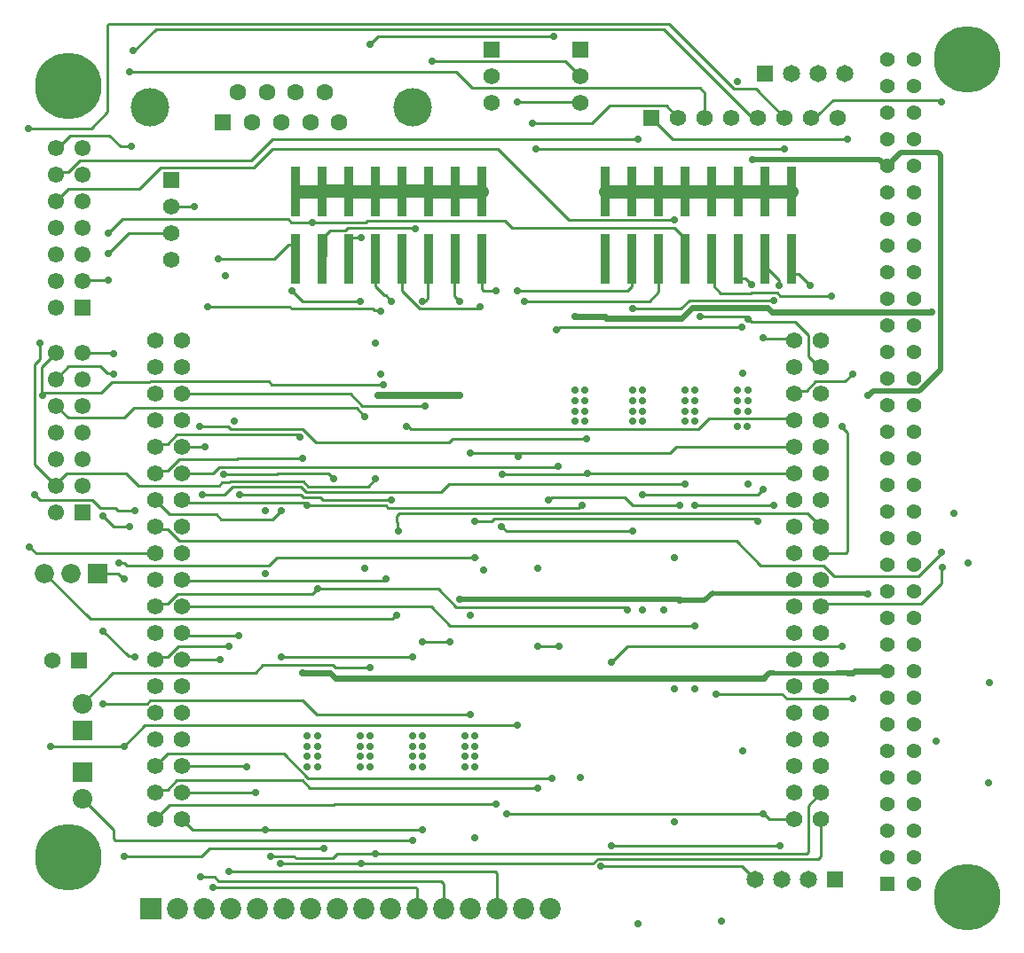
<source format=gtl>
%TF.GenerationSoftware,Altium Limited,Altium Designer,23.1.1 (15)*%
G04 Layer_Physical_Order=1*
G04 Layer_Color=255*
%FSLAX25Y25*%
%MOIN*%
%TF.SameCoordinates,FA324DF6-1FC1-44E6-B842-7DB02DEBFDBB*%
%TF.FilePolarity,Positive*%
%TF.FileFunction,Copper,L1,Top,Signal*%
%TF.Part,Single*%
G01*
G75*
%TA.AperFunction,SMDPad,CuDef*%
%ADD10R,0.03504X0.18898*%
%TA.AperFunction,Conductor*%
%ADD11C,0.01000*%
%ADD12C,0.01968*%
%ADD13C,0.05000*%
%ADD14C,0.02362*%
%ADD15C,0.01575*%
%ADD16C,0.02756*%
%TA.AperFunction,ComponentPad*%
%ADD17C,0.14488*%
%ADD18R,0.06299X0.06299*%
%ADD19C,0.06299*%
%ADD20R,0.06201X0.06201*%
%ADD21C,0.06201*%
%ADD22R,0.06102X0.06102*%
%ADD23C,0.06102*%
%ADD24R,0.07972X0.07972*%
%ADD25C,0.07972*%
%ADD26C,0.06496*%
%ADD27R,0.06496X0.06496*%
%ADD28R,0.06201X0.06201*%
%ADD29R,0.07244X0.07244*%
%ADD30C,0.07244*%
%ADD31R,0.06181X0.06181*%
%ADD32C,0.06181*%
%ADD33C,0.05610*%
%ADD34R,0.05610X0.05610*%
%ADD35R,0.07382X0.07382*%
%ADD36C,0.07382*%
%ADD37R,0.06181X0.06181*%
%TA.AperFunction,WasherPad*%
%ADD38C,0.25000*%
%TA.AperFunction,ViaPad*%
%ADD39C,0.02756*%
D10*
X-85827Y285433D02*
D03*
Y259842D02*
D03*
X-95827Y285433D02*
D03*
Y259842D02*
D03*
X-105827Y285433D02*
D03*
Y259842D02*
D03*
X-115827Y285433D02*
D03*
Y259842D02*
D03*
X-125827Y285433D02*
D03*
Y259842D02*
D03*
X-135827Y285433D02*
D03*
Y259842D02*
D03*
X-145827Y285433D02*
D03*
Y259842D02*
D03*
X-155827Y285433D02*
D03*
Y259842D02*
D03*
X-202284Y285433D02*
D03*
Y259842D02*
D03*
X-212283Y285433D02*
D03*
Y259842D02*
D03*
X-222284Y285433D02*
D03*
Y259842D02*
D03*
X-232283Y285433D02*
D03*
Y259842D02*
D03*
X-242284Y285433D02*
D03*
Y259842D02*
D03*
X-252284Y285433D02*
D03*
Y259842D02*
D03*
X-262283Y285433D02*
D03*
Y259842D02*
D03*
X-272284Y285433D02*
D03*
Y259842D02*
D03*
D11*
X-362205Y301654D02*
X-361403D01*
X-356851Y306205D01*
X-342075D01*
X-338011Y302140D01*
X-333849D01*
X-324700Y346425D02*
X-133827D01*
X-333125Y338195D02*
X-332930D01*
X-324700Y346425D01*
X-334633Y330272D02*
X-211952D01*
X-205830Y324150D02*
X-120326D01*
X-211952Y330272D02*
X-205830Y324150D01*
X-220849Y334150D02*
X-170764D01*
X-220995Y334296D02*
X-220849Y334150D01*
X-211822Y129012D02*
X-148697D01*
X-147638Y127953D01*
X-318898Y279528D02*
X-318855Y279570D01*
X-310176D01*
X-310134Y279613D01*
X-342520Y261811D02*
X-334803Y269528D01*
X-318898D01*
X-273739Y273567D02*
X-265803D01*
X-275031Y274859D02*
X-273739Y273567D01*
X-337346Y274859D02*
X-275031D01*
X-342520Y269685D02*
X-337346Y274859D01*
X-266223Y273622D02*
X-245971D01*
X-287887Y294148D02*
X-280884Y301152D01*
X-330938Y286205D02*
X-322994Y294148D01*
X-287887D01*
X-357653Y286205D02*
X-330938D01*
X-112556Y247122D02*
X-101170D01*
X-115964Y261591D02*
X-114913Y260540D01*
Y249480D02*
X-112556Y247122D01*
X-114913Y249480D02*
Y260540D01*
X-147459Y248031D02*
X-146011Y249480D01*
Y259658D01*
X-145827Y259842D01*
X-188976Y248031D02*
X-147459D01*
X-135822Y247621D02*
Y259838D01*
X-139349Y244094D02*
X-135822Y247621D01*
X-186133Y244094D02*
X-139349D01*
X-353312Y296983D02*
X-289017D01*
X-280881Y305118D01*
X-357665Y292630D02*
X-353312Y296983D01*
X-280884Y301152D02*
X-196250D01*
X-280881Y305118D02*
X-143701D01*
X-106699Y153943D02*
X-97378Y144622D01*
X-316026Y153943D02*
X-106699D01*
X-320304Y158221D02*
X-316026Y153943D01*
X-221257Y129213D02*
X-214092Y122047D01*
X-122047D01*
X-147638Y114173D02*
X-66929D01*
X-29394Y138037D02*
Y143751D01*
X-37227Y130204D02*
X-29394Y138037D01*
Y143751D02*
X-29179Y143966D01*
X-238330Y246192D02*
X-236232Y244094D01*
X-238912Y246192D02*
X-238330D01*
X-242199Y249480D02*
X-238912Y246192D01*
X-233759Y158082D02*
X-233431Y157754D01*
X-233759Y158082D02*
Y160632D01*
X-234270Y161142D02*
Y163217D01*
Y161142D02*
X-233759Y160632D01*
X-293307Y171260D02*
X-270139D01*
X-307996Y27559D02*
X-302611D01*
X-282103Y144622D02*
X-279182Y147543D01*
X-203766D01*
X-194882Y159449D02*
X-194749D01*
X-192780Y157480D01*
X-145669D01*
X-198440Y161417D02*
X-197530Y162327D01*
X-165861Y166413D02*
X-164952Y167323D01*
X-164476D01*
X-237413Y166413D02*
X-165861D01*
X-99810Y162327D02*
X-98900Y161417D01*
X-233160Y164327D02*
X-79917D01*
X-98900Y161417D02*
X-98425D01*
X-197530Y162327D02*
X-99810D01*
X-204724Y161417D02*
X-198440D01*
X-234270Y163217D02*
X-233160Y164327D01*
X-194414Y178796D02*
X-194245Y178965D01*
X-79917Y164327D02*
X-74803Y159213D01*
X-194245Y178965D02*
X-162646D01*
X-218637Y135827D02*
X-211822Y129012D01*
X-263779Y135827D02*
X-218637D01*
X-227361Y271622D02*
X-227172Y271433D01*
X-193401Y274311D02*
X-190744Y271654D01*
X-245282Y274311D02*
X-193401D01*
X-252610Y271622D02*
X-227361D01*
X-245971Y273622D02*
X-245282Y274311D01*
X-252284Y266819D02*
X-251031Y268071D01*
X-247540D01*
X-252284Y259842D02*
Y266819D01*
X-336614Y35433D02*
X-307692D01*
X-336614Y76772D02*
X-328764Y84622D01*
X-364173Y76772D02*
X-336614D01*
X-344488Y120079D02*
X-334982Y110572D01*
X-333013D01*
X-332677Y110236D01*
X-235956Y124622D02*
X-234661Y125918D01*
X-349346Y124622D02*
X-235956D01*
X-366457Y141732D02*
X-349346Y124622D01*
X-234661Y125918D02*
X-234186D01*
X-266741Y61024D02*
X-181102D01*
X-276692Y73803D02*
X-267470Y64581D01*
X-269520Y63803D02*
X-266741Y61024D01*
X-267470Y64581D02*
X-176027D01*
X-99417Y313983D02*
X-98425Y312992D01*
X-101385Y313983D02*
X-99417D01*
X-133827Y346425D02*
X-101385Y313983D01*
X-196250Y301152D02*
X-169583Y274484D01*
X-129941Y271654D02*
X-125984Y267697D01*
X-169583Y274484D02*
X-129959D01*
X-190744Y271654D02*
X-129941D01*
X-129959Y274484D02*
X-129912Y274531D01*
X-247172Y204724D02*
X-223500D01*
X-214416Y116068D02*
X-214343Y115995D01*
X-224476Y116075D02*
X-224469Y116068D01*
X-214416D01*
X-181997Y301181D02*
X-88583D01*
X-174241Y233297D02*
X-173859D01*
X-183071Y311024D02*
X-160845D01*
X-85827Y255672D02*
Y259842D01*
Y255672D02*
X-84575Y254420D01*
X-83161D01*
X-78740Y250000D01*
X-90551Y250078D02*
Y251969D01*
Y250078D02*
X-90551Y250078D01*
X-96457Y257874D02*
X-90551Y251969D01*
X-103161Y252525D02*
X-100937Y250302D01*
X-106299Y254249D02*
Y262504D01*
X-104575Y252525D02*
X-103161D01*
X-106299Y254249D02*
X-104575Y252525D01*
X-100985Y247307D02*
X-91328D01*
X-101170Y247122D02*
X-100985Y247307D01*
X-91328D02*
X-90083Y246063D01*
X-125984Y259567D02*
Y267697D01*
X-124221Y244429D02*
X-92520D01*
X-127434Y241216D02*
X-124221Y244429D01*
X-145669Y241216D02*
X-127434D01*
X-253441Y270791D02*
X-252610Y271622D01*
X-202284Y248617D02*
Y259842D01*
X-201698Y248031D02*
X-196850D01*
X-202284Y248617D02*
X-201698Y248031D01*
X-212598Y246063D02*
X-210630Y244094D01*
X-212598Y246063D02*
Y261811D01*
X-206693Y187008D02*
X-187857D01*
X-222284Y252126D02*
Y259842D01*
X-222390Y245317D02*
Y252019D01*
X-223276Y244430D02*
X-222390Y245317D01*
X-224074Y244430D02*
X-223276D01*
X-224410Y244094D02*
X-224074Y244430D01*
X-222390Y252019D02*
X-222284Y252126D01*
X-232283Y247899D02*
Y261811D01*
Y247899D02*
X-225602Y241216D01*
X-96457Y51181D02*
X-96324D01*
X-192913D02*
X-96457D01*
X-242199Y249480D02*
Y259758D01*
X-242284Y259842D02*
X-242199Y259758D01*
X-261032Y261094D02*
Y269099D01*
X-259339Y270791D02*
X-253441D01*
X-261032Y269099D02*
X-259339Y270791D01*
X-262283Y259842D02*
X-261032Y261094D01*
X-280290Y259839D02*
X-274950Y265179D01*
X-272284Y259842D02*
Y263927D01*
X-273535Y265179D02*
X-272284Y263927D01*
X-274950Y265179D02*
X-273535D01*
X-273654Y248016D02*
X-273606D01*
X-269685Y244094D01*
X-248031D01*
X-301181Y259839D02*
X-280290D01*
X-274435Y242126D02*
X-273526Y241216D01*
X-305118Y242126D02*
X-274435D01*
X-243318Y241216D02*
X-242595Y240493D01*
X-273526Y241216D02*
X-243318D01*
X-240493Y240493D02*
X-240158Y240158D01*
X-242595Y240493D02*
X-240493D01*
X-203231Y242126D02*
X-202756D01*
X-225602Y241216D02*
X-204140D01*
X-203231Y242126D01*
X-342792Y347839D02*
X-342206Y348425D01*
X-342792Y315130D02*
Y347839D01*
X-348996Y308926D02*
X-342792Y315130D01*
X-342206Y348425D02*
X-132023D01*
X-372659Y308926D02*
X-348996D01*
X-241067Y343579D02*
X-175228D01*
X-175197Y343547D01*
X-132023Y348425D02*
X-107491Y323894D01*
X-244094Y340551D02*
X-241067Y343579D01*
X-368110Y222398D02*
Y228317D01*
X-368081Y228346D01*
X-368094Y169276D02*
X-348532D01*
X-370079Y171260D02*
X-368094Y169276D01*
X-370079Y220430D02*
X-368110Y222398D01*
X-367201Y208661D02*
Y209137D01*
X-367679Y208661D02*
X-366647Y209694D01*
X-367560Y209496D02*
Y219369D01*
Y209496D02*
X-367201Y209137D01*
X-366647Y209694D02*
X-345291D01*
X-370079Y182598D02*
Y220430D01*
X-367560Y219369D02*
X-362205Y224724D01*
X-370079Y182598D02*
X-362462Y174982D01*
X-107491Y323894D02*
X-99327D01*
X-88425Y312992D01*
X-372047Y151575D02*
X-369685Y149213D01*
X-324803D01*
X-120326Y324150D02*
X-118425Y322249D01*
Y312992D02*
Y322249D01*
X-336402Y200173D02*
X-332772Y203803D01*
X-249079D01*
X-326705Y213803D02*
X-282302D01*
X-341328Y213657D02*
X-326850D01*
X-326705Y213803D01*
X-314739Y189276D02*
X-306427D01*
X-306364Y189340D01*
X-308364Y196850D02*
X-297377D01*
X-314803Y189213D02*
X-314739Y189276D01*
X-279019Y179134D02*
X-259976D01*
X-296784Y176138D02*
X-269360D01*
X-297004Y175917D02*
X-296784Y176138D01*
X-162646Y178965D02*
X-162437Y179173D01*
X-279358Y178796D02*
X-279019Y179134D01*
X-299727Y175917D02*
X-297004D01*
X-299213Y178796D02*
X-279358D01*
X-301022Y174622D02*
X-299727Y175917D01*
X-173758Y181748D02*
X-173422Y182084D01*
X-269360Y176138D02*
X-267510Y174287D01*
X-174811Y181748D02*
X-173758D01*
X-174886Y181674D02*
X-174811Y181748D01*
X-300743Y181674D02*
X-174886D01*
X-303204Y179213D02*
X-300743Y181674D01*
X-188658Y185584D02*
Y186059D01*
X-187857Y186861D01*
Y187008D01*
X-173859Y233297D02*
X-172778Y234378D01*
X-104620D02*
X-104395Y234153D01*
X-172778Y234378D02*
X-104620D01*
X-160845Y311024D02*
X-154286Y317583D01*
X-314803Y179213D02*
X-303204D01*
X-120855Y195941D02*
X-116918Y199878D01*
X-230382Y196916D02*
X-229907D01*
X-129361Y189213D02*
X-84803D01*
X-229907Y196916D02*
X-228932Y195941D01*
X-120855D01*
X-162437Y179173D02*
X-84842D01*
X-84803Y179213D01*
X-98425Y171260D02*
X-96457Y173228D01*
X-141732Y171260D02*
X-98425D01*
X-217476Y172287D02*
X-214567Y175197D01*
X-125984D01*
X-64961Y149798D02*
Y194749D01*
X-65546Y149213D02*
X-64961Y149798D01*
X-66929Y196717D02*
X-64961Y194749D01*
X-154286Y317583D02*
X-133016D01*
X-128425Y312992D01*
X-148487Y170201D02*
X-145609Y167323D01*
X-127953D01*
X-175781Y170201D02*
X-148487D01*
X-176690Y169291D02*
X-175781Y170201D01*
X-177165Y169291D02*
X-176690D01*
X-314803Y129213D02*
X-221257D01*
X-238664Y139764D02*
X-238189D01*
X-314803Y139213D02*
X-314445Y138854D01*
X-239574D01*
X-238664Y139764D01*
X-335567Y144622D02*
X-282103D01*
X-263859Y135827D02*
X-263779D01*
X-236252Y169323D02*
X-236221Y169291D01*
X-270139Y171260D02*
X-269166Y170287D01*
X-261842Y169323D02*
X-236252D01*
X-314803Y169213D02*
X-313878Y168287D01*
X-238322Y167323D02*
X-237413Y166413D01*
X-269156Y168287D02*
X-268192Y167323D01*
X-269166Y170287D02*
X-262807D01*
X-261842Y169323D01*
X-313878Y168287D02*
X-269156D01*
X-268192Y167323D02*
X-238322D01*
X-298834Y171260D02*
X-295956Y174138D01*
X-259976Y179134D02*
X-258007Y177165D01*
X-335823Y179276D02*
X-331169Y174622D01*
X-295956Y174138D02*
X-270188D01*
X-268338Y172287D01*
X-258007Y177165D02*
X-257874D01*
X-331169Y174622D02*
X-301022D01*
X-268338Y172287D02*
X-217476D01*
X-307087Y171260D02*
X-298834D01*
X-267510Y174287D02*
X-245004D01*
X-300059Y162083D02*
X-280831D01*
X-277559Y165354D01*
X-301780Y163803D02*
X-300059Y162083D01*
X-339791Y166264D02*
X-338882Y165354D01*
X-340551Y159449D02*
X-334646D01*
X-348532Y169276D02*
X-345520Y166264D01*
X-338882Y165354D02*
X-332677D01*
X-345520Y166264D02*
X-339791D01*
X-344488Y163386D02*
X-340551Y159449D01*
X-70328Y319620D02*
X-30725D01*
X-78425Y312992D02*
X-77023D01*
X-75512Y314503D02*
X-75445D01*
X-77023Y312992D02*
X-75512Y314503D01*
X-75445D02*
X-70328Y319620D01*
X-30725D02*
X-30003Y318898D01*
X-29528D01*
X-38217Y140695D02*
X-29528Y149384D01*
Y149606D01*
X-71867Y130204D02*
X-37227D01*
X-97378Y144622D02*
X-73721D01*
X-69793Y140695D01*
X-38217D01*
X-74803Y149213D02*
X-65546D01*
X-181102Y114173D02*
X-173228D01*
X-323812Y158221D02*
X-320304D01*
X-324803Y159213D02*
X-323812Y158221D01*
X-319394Y163803D02*
X-301780D01*
X-324803Y169213D02*
X-319394Y163803D01*
X-283465Y45276D02*
X-224410D01*
X-310866D02*
X-283465D01*
X-245004Y174287D02*
X-242126Y177165D01*
X-265854Y133832D02*
X-263859Y135827D01*
X-277559Y110236D02*
X-228346D01*
X-284391Y107209D02*
X-258178D01*
X-287268Y104331D02*
X-284391Y107209D01*
X-320304Y130204D02*
X-316676Y133832D01*
X-265854D01*
X-323812Y130204D02*
X-320304D01*
X-287196Y59293D02*
X-287116Y59374D01*
X-314803Y59213D02*
X-314722Y59293D01*
X-287196D01*
X-314803Y69213D02*
X-314724Y69133D01*
X-290557D01*
X-290478Y69054D01*
X-314037Y118446D02*
X-293739D01*
X-293457Y118164D01*
X-314803Y119213D02*
X-314037Y118446D01*
X-314803Y109213D02*
X-300459D01*
X-300377Y109130D01*
X-303255Y23622D02*
X-226964D01*
X-316335Y114173D02*
X-297244D01*
X-301169Y26117D02*
X-217491D01*
X-302611Y27559D02*
X-301169Y26117D01*
X-297244Y29528D02*
X-297161Y29611D01*
X-197047D01*
X-217491Y26117D02*
X-216378Y25005D01*
X-281098Y212598D02*
X-239130D01*
X-153445Y39370D02*
X-153386Y39311D01*
X-90263D02*
X-90204Y39252D01*
X-153386Y39311D02*
X-90263D01*
X-160461Y32585D02*
X-158672Y34374D01*
X-75862D02*
X-74803Y35433D01*
X-159501Y36374D02*
X-80275D01*
X-79689Y36960D01*
X-158672Y34374D02*
X-75862D01*
X-94355Y49213D02*
X-84803D01*
X-96324Y51181D02*
X-94355Y49213D01*
X-277801Y32555D02*
X-277796Y32549D01*
X-257531D01*
X-281496Y35433D02*
X-272872D01*
X-271989Y34549D01*
X-247566Y32626D02*
X-247525Y32585D01*
X-160461D01*
X-257455Y32626D02*
X-247566D01*
X-257531Y32549D02*
X-257455Y32626D01*
X-304668Y38457D02*
X-261564D01*
X-307692Y35433D02*
X-304668Y38457D01*
X-261564D02*
X-261372Y38265D01*
X-340418Y41924D02*
Y45142D01*
Y41924D02*
X-339832Y41339D01*
X-228346D01*
X-197047Y29611D02*
X-196378Y28942D01*
X-226964Y23622D02*
X-226378Y23036D01*
Y15748D02*
Y23036D01*
X-258359Y34549D02*
X-256566Y36342D01*
X-271989Y34549D02*
X-258359D01*
X-256566Y36342D02*
X-242126D01*
X-319394Y54622D02*
X-257907D01*
X-324803Y49213D02*
X-319394Y54622D01*
X-257907D02*
X-257411Y55118D01*
X-196378Y15748D02*
Y28942D01*
X-314803Y49213D02*
X-310866Y45276D01*
X-269552Y195941D02*
X-264556Y190945D01*
X-214683D01*
X-213181Y192446D01*
X-251660Y209213D02*
X-247172Y204724D01*
X-314803Y209213D02*
X-251660D01*
X-328764Y84622D02*
X-189000D01*
X-188976Y84646D01*
X-324803Y109213D02*
X-323812Y110204D01*
X-320304D01*
X-316335Y114173D01*
X-216378Y15748D02*
Y25005D01*
X-338716Y141732D02*
X-336747Y139764D01*
X-336614D01*
X-346457Y141732D02*
X-338716D01*
X-340709Y104331D02*
X-287268D01*
X-352362Y92677D02*
X-340709Y104331D01*
X-338457Y145669D02*
X-336614D01*
X-344488Y92520D02*
X-327988D01*
X-326705Y93803D01*
X-269547D01*
X-352362Y57087D02*
X-340418Y45142D01*
X-352362Y67087D02*
X-352047Y66772D01*
X-170764Y334150D02*
X-165354Y328740D01*
X-165433Y318819D02*
X-165354Y318740D01*
X-188898Y318819D02*
X-165433D01*
X-188976Y318898D02*
X-188898Y318819D01*
X-213181Y192446D02*
X-162833D01*
X-187857Y187008D02*
X-131566D01*
X-342677Y251811D02*
X-342520Y251969D01*
X-352205Y251654D02*
X-352047Y251811D01*
X-342677D01*
X-345453Y219469D02*
X-342856Y216871D01*
X-352047Y224567D02*
X-340677D01*
X-282302Y213803D02*
X-281098Y212598D01*
X-340677Y224567D02*
X-340520Y224410D01*
X-340856Y216871D02*
X-340520Y216535D01*
X-342856Y216871D02*
X-340856D01*
X-345291Y209694D02*
X-341328Y213657D01*
X-357460Y219469D02*
X-345453D01*
X-336614Y145669D02*
X-335567Y144622D01*
X-269547Y93803D02*
X-264326Y88583D01*
X-320304Y60204D02*
X-316705Y63803D01*
X-269520D01*
X-323812Y60204D02*
X-320304D01*
X-324803Y59213D02*
X-323812Y60204D01*
X-320213Y73803D02*
X-276692D01*
X-324803Y69213D02*
X-320213Y73803D01*
X-85469Y199878D02*
X-84803Y199213D01*
X-116918Y199878D02*
X-85469D01*
X-131566Y187008D02*
X-129361Y189213D01*
X-130551Y305118D02*
X-64961D01*
X-65724Y213803D02*
X-62992Y216535D01*
X-84803Y209213D02*
X-83812Y210204D01*
X-80304D01*
X-76705Y213803D01*
X-65724D01*
X-79689Y54326D02*
X-74803Y59213D01*
X-79689Y36960D02*
Y54326D01*
X-138425Y312992D02*
X-130551Y305118D01*
X-66929Y196717D02*
Y196850D01*
X-362205Y281653D02*
X-357653Y286205D01*
X-361228Y292630D02*
X-357665D01*
X-362205Y291653D02*
X-361228Y292630D01*
X-362205Y175240D02*
X-358169Y179276D01*
X-362205Y174724D02*
Y175240D01*
X-358169Y179276D02*
X-335823D01*
X-362205Y214724D02*
X-357460Y219469D01*
X-84500Y236221D02*
X-79612Y231332D01*
X-102362Y237311D02*
X-101989D01*
X-100899Y236221D01*
X-84500D01*
X-297377Y196850D02*
X-296468Y195941D01*
X-269552D01*
X-102362Y237311D02*
Y238189D01*
X-90083Y246063D02*
X-70866D01*
X-79612Y223428D02*
Y231332D01*
X-120079Y238189D02*
X-102362D01*
X-122047Y167323D02*
X-92520D01*
X-96121Y229979D02*
X-85570D01*
X-84803Y229213D01*
X-96457Y230315D02*
X-96121Y229979D01*
X-79612Y223428D02*
X-75396Y219213D01*
X-74803D01*
X-87700Y94488D02*
X-62992D01*
X-89668Y96457D02*
X-87700Y94488D01*
X-114173Y96457D02*
X-89668D01*
X-153543Y108268D02*
X-147638Y114173D01*
X-104488Y31496D02*
X-99646Y26654D01*
X-157480Y31496D02*
X-104488D01*
X-242126Y36342D02*
X-159532D01*
X-159501Y36374D01*
X-264326Y88583D02*
X-206693D01*
X-257411Y55118D02*
X-196850D01*
X-257269Y106299D02*
X-244094D01*
X-258178Y107209D02*
X-257269Y106299D01*
X-74803Y35433D02*
Y49213D01*
X-271070Y192913D02*
X-270595D01*
X-271959Y193803D02*
X-271070Y192913D01*
X-293867Y185039D02*
X-269685D01*
X-249079Y203803D02*
X-246063Y200787D01*
X-357653Y200173D02*
X-336402D01*
X-362205Y204724D02*
X-357653Y200173D01*
X-324803Y129213D02*
X-323812Y130204D01*
X-352205Y224724D02*
X-352047Y224567D01*
X-294285Y184622D02*
X-293867Y185039D01*
X-320304Y190204D02*
X-316705Y193803D01*
X-271959D01*
X-323812Y190204D02*
X-320304D01*
X-324803Y189213D02*
X-323812Y190204D01*
X-320304Y180204D02*
X-315886Y184622D01*
X-324803Y179213D02*
X-323812Y180204D01*
X-320304D01*
X-315886Y184622D02*
X-294285D01*
X-277559Y16929D02*
X-276378Y15748D01*
D12*
X-128213Y131628D02*
X-118372D01*
X-128475Y131890D02*
X-128213Y131628D01*
X-118372D02*
X-115695Y134305D01*
X-210630Y131890D02*
X-128475D01*
X-52974Y297244D02*
X-50730Y295000D01*
X-50000D01*
X-100394Y297244D02*
X-52974D01*
X-44899Y300101D02*
X-30970D01*
X-29817Y218410D02*
Y298948D01*
X-38016Y210211D02*
X-29817Y218410D01*
X-50000Y295000D02*
X-44899Y300101D01*
X-30970D02*
X-29817Y298948D01*
X-57087Y208661D02*
X-56874D01*
X-55324Y210211D01*
X-38016D01*
X-94106Y104331D02*
X-92520D01*
X-96075Y102362D02*
X-94106Y104331D01*
X-66929D02*
X-64961D01*
X-68898D02*
X-66929D01*
D13*
X-227409Y285501D02*
X-222352D01*
X-232215D02*
X-227409D01*
X-257473D02*
X-252352D01*
X-262215D02*
X-257473D01*
X-262283Y285433D02*
X-262215Y285501D01*
X-262283Y285433D02*
X-262283Y285433D01*
X-271535Y285433D02*
X-262283D01*
X-252352Y285501D02*
X-252284Y285433D01*
X-232283D02*
X-232215Y285501D01*
X-242283Y285433D02*
X-232283D01*
X-222352Y285501D02*
X-222283Y285433D01*
X-242284Y285433D02*
X-242283Y285433D01*
X-252284Y285433D02*
X-242284D01*
X-206693Y285433D02*
X-202284D01*
X-212283D02*
X-206693D01*
X-222283D02*
X-212283D01*
X-90827D02*
X-85827D01*
X-95827D02*
X-90827D01*
X-150827D02*
X-145827D01*
X-155827D02*
X-150827D01*
X-105827D02*
X-95827D01*
X-115827D02*
X-105827D01*
X-125827D02*
X-115827D01*
X-135827D02*
X-125827D01*
X-145827D02*
X-135827D01*
D14*
X-127201Y237657D02*
X-123111Y241748D01*
X-93110Y239986D02*
X-33402D01*
X-155971Y238189D02*
X-155440Y237657D01*
X-167323Y238189D02*
X-155971D01*
X-123111Y241748D02*
X-94872D01*
X-155440Y237657D02*
X-127201D01*
X-94872Y241748D02*
X-93110Y239986D01*
X-33402D02*
X-33346Y239930D01*
X-257123Y102362D02*
X-96075D01*
X-259092Y104331D02*
X-257123Y102362D01*
X-62323Y105000D02*
X-50000D01*
X-62992Y104331D02*
X-62323Y105000D01*
X-64961Y104331D02*
X-62992D01*
X-269685D02*
X-259092D01*
D15*
X-57313Y134084D02*
X-57087Y133858D01*
X-115695Y134305D02*
X-58368D01*
X-58148Y134084D02*
X-57313D01*
X-58368Y134305D02*
X-58148Y134084D01*
X-92520Y104331D02*
X-68898D01*
D16*
X-241130Y208661D02*
X-210630D01*
X-210630Y208661D01*
D17*
X-326772Y316929D02*
D03*
X-228346D02*
D03*
D18*
X-299370Y311339D02*
D03*
D19*
X-255748D02*
D03*
X-266653D02*
D03*
X-277559D02*
D03*
X-288465D02*
D03*
X-261201Y322520D02*
D03*
X-272106D02*
D03*
X-283012D02*
D03*
X-293917D02*
D03*
D20*
X-318898Y289528D02*
D03*
D21*
Y279528D02*
D03*
Y269528D02*
D03*
Y259528D02*
D03*
X-363650Y108798D02*
D03*
D22*
X-352205Y241653D02*
D03*
Y164724D02*
D03*
D23*
Y251654D02*
D03*
Y261653D02*
D03*
Y271654D02*
D03*
Y281653D02*
D03*
Y291653D02*
D03*
Y301654D02*
D03*
X-362205Y241653D02*
D03*
Y251654D02*
D03*
Y261653D02*
D03*
Y271654D02*
D03*
Y281653D02*
D03*
Y291653D02*
D03*
Y301654D02*
D03*
X-352205Y174724D02*
D03*
Y184724D02*
D03*
Y194724D02*
D03*
Y204724D02*
D03*
Y214724D02*
D03*
Y224724D02*
D03*
X-362205Y164724D02*
D03*
Y174724D02*
D03*
Y184724D02*
D03*
Y194724D02*
D03*
Y204724D02*
D03*
Y214724D02*
D03*
Y224724D02*
D03*
D24*
X-326378Y15748D02*
D03*
D25*
X-316378D02*
D03*
X-306378D02*
D03*
X-296378D02*
D03*
X-286378D02*
D03*
X-276378D02*
D03*
X-266378D02*
D03*
X-256378D02*
D03*
X-246378D02*
D03*
X-236378D02*
D03*
X-226378D02*
D03*
X-216378D02*
D03*
X-206378D02*
D03*
X-196378D02*
D03*
X-186378D02*
D03*
X-176378D02*
D03*
D26*
X-65709Y329646D02*
D03*
X-75709D02*
D03*
X-85709D02*
D03*
X-79646Y26654D02*
D03*
X-89646D02*
D03*
X-99646D02*
D03*
D27*
X-95709Y329646D02*
D03*
X-69646Y26654D02*
D03*
D28*
X-353650Y108798D02*
D03*
D29*
X-346457Y141732D02*
D03*
D30*
X-356457D02*
D03*
X-366457D02*
D03*
D31*
X-165354Y338740D02*
D03*
X-198524D02*
D03*
D32*
X-165354Y328740D02*
D03*
Y318740D02*
D03*
X-198524Y328740D02*
D03*
Y318740D02*
D03*
X-74803Y49213D02*
D03*
X-84803D02*
D03*
X-74803Y59213D02*
D03*
X-84803D02*
D03*
X-74803Y69213D02*
D03*
X-84803D02*
D03*
X-74803Y79213D02*
D03*
X-84803D02*
D03*
X-74803Y89213D02*
D03*
X-84803D02*
D03*
X-74803Y99213D02*
D03*
X-84803D02*
D03*
X-74803Y109213D02*
D03*
X-84803D02*
D03*
X-74803Y119213D02*
D03*
X-84803D02*
D03*
X-74803Y129213D02*
D03*
X-84803D02*
D03*
X-74803Y139213D02*
D03*
X-84803D02*
D03*
X-74803Y149213D02*
D03*
X-84803D02*
D03*
X-74803Y159213D02*
D03*
X-84803D02*
D03*
X-74803Y169213D02*
D03*
X-84803D02*
D03*
X-74803Y179213D02*
D03*
X-84803D02*
D03*
X-74803Y189213D02*
D03*
X-84803D02*
D03*
X-74803Y199213D02*
D03*
X-84803D02*
D03*
X-74803Y209213D02*
D03*
X-84803D02*
D03*
X-74803Y219213D02*
D03*
X-84803D02*
D03*
X-74803Y229213D02*
D03*
X-84803D02*
D03*
X-314803Y49213D02*
D03*
X-324803D02*
D03*
X-314803Y59213D02*
D03*
X-324803D02*
D03*
X-314803Y69213D02*
D03*
X-324803D02*
D03*
X-314803Y79213D02*
D03*
X-324803D02*
D03*
X-314803Y89213D02*
D03*
X-324803D02*
D03*
X-314803Y99213D02*
D03*
X-324803D02*
D03*
X-314803Y109213D02*
D03*
X-324803D02*
D03*
X-314803Y119213D02*
D03*
X-324803D02*
D03*
X-314803Y129213D02*
D03*
X-324803D02*
D03*
X-314803Y139213D02*
D03*
X-324803D02*
D03*
X-314803Y149213D02*
D03*
X-324803D02*
D03*
X-314803Y159213D02*
D03*
X-324803D02*
D03*
X-314803Y169213D02*
D03*
X-324803D02*
D03*
X-314803Y179213D02*
D03*
X-324803D02*
D03*
X-314803Y189213D02*
D03*
X-324803D02*
D03*
X-314803Y199213D02*
D03*
X-324803D02*
D03*
X-314803Y209213D02*
D03*
X-324803D02*
D03*
X-314803Y219213D02*
D03*
X-324803D02*
D03*
X-314803Y229213D02*
D03*
X-324803D02*
D03*
X-68425Y312992D02*
D03*
X-78425D02*
D03*
X-88425D02*
D03*
X-98425D02*
D03*
X-108425D02*
D03*
X-118425D02*
D03*
X-128425D02*
D03*
D33*
X-40000Y335000D02*
D03*
Y325000D02*
D03*
Y315000D02*
D03*
Y305000D02*
D03*
Y295000D02*
D03*
Y285000D02*
D03*
Y275000D02*
D03*
Y265000D02*
D03*
Y255000D02*
D03*
Y245000D02*
D03*
Y235000D02*
D03*
Y225000D02*
D03*
Y215000D02*
D03*
Y205000D02*
D03*
Y195000D02*
D03*
Y185000D02*
D03*
Y175000D02*
D03*
Y165000D02*
D03*
Y155000D02*
D03*
Y145000D02*
D03*
Y135000D02*
D03*
Y125000D02*
D03*
Y115000D02*
D03*
Y105000D02*
D03*
Y95000D02*
D03*
Y85000D02*
D03*
Y75000D02*
D03*
Y65000D02*
D03*
Y55000D02*
D03*
Y45000D02*
D03*
Y35000D02*
D03*
Y25000D02*
D03*
X-50000Y335000D02*
D03*
Y325000D02*
D03*
Y315000D02*
D03*
Y305000D02*
D03*
Y295000D02*
D03*
Y285000D02*
D03*
Y275000D02*
D03*
Y265000D02*
D03*
Y255000D02*
D03*
Y245000D02*
D03*
Y235000D02*
D03*
Y225000D02*
D03*
Y215000D02*
D03*
Y205000D02*
D03*
Y195000D02*
D03*
Y185000D02*
D03*
Y175000D02*
D03*
Y165000D02*
D03*
Y155000D02*
D03*
Y145000D02*
D03*
Y135000D02*
D03*
Y125000D02*
D03*
Y115000D02*
D03*
Y105000D02*
D03*
Y95000D02*
D03*
Y85000D02*
D03*
Y75000D02*
D03*
Y65000D02*
D03*
Y55000D02*
D03*
Y45000D02*
D03*
Y35000D02*
D03*
D34*
Y25000D02*
D03*
D35*
X-352362Y67087D02*
D03*
Y82677D02*
D03*
D36*
Y57087D02*
D03*
Y92677D02*
D03*
D37*
X-138425Y312992D02*
D03*
D38*
X-20000Y335000D02*
D03*
Y20000D02*
D03*
X-357520Y35000D02*
D03*
Y325000D02*
D03*
D39*
X-333849Y302140D02*
D03*
X-333125Y338195D02*
D03*
X-334696Y330209D02*
D03*
X-220995Y334296D02*
D03*
X-128000Y131628D02*
D03*
X-141732Y127953D02*
D03*
X-147638D02*
D03*
X-133858D02*
D03*
X-310134Y279613D02*
D03*
X-298608Y253689D02*
D03*
X-129921Y147638D02*
D03*
X-206693Y125984D02*
D03*
X-66929Y114173D02*
D03*
X-96457Y51181D02*
D03*
X-29179Y143966D02*
D03*
X-19685Y145669D02*
D03*
X-236232Y244094D02*
D03*
X-236221Y169291D02*
D03*
X-233431Y157754D02*
D03*
X-293307Y171260D02*
D03*
X-283465Y165354D02*
D03*
X-307996Y27559D02*
D03*
X-204724Y147638D02*
D03*
X-201444Y142933D02*
D03*
X-194882Y159449D02*
D03*
X-204724Y161417D02*
D03*
X-194414Y178796D02*
D03*
X-210630Y131890D02*
D03*
X-227172Y271433D02*
D03*
X-247540Y268071D02*
D03*
X-257473Y285501D02*
D03*
X-227409D02*
D03*
X-206693Y285433D02*
D03*
X-336614Y35433D02*
D03*
X-364173Y76772D02*
D03*
X-344488Y120079D02*
D03*
X-176027Y64581D02*
D03*
X-129912Y274531D02*
D03*
X-150827Y285433D02*
D03*
X-90827D02*
D03*
X-223500Y204724D02*
D03*
X-224476Y116075D02*
D03*
X-181997Y301181D02*
D03*
X-186133Y244094D02*
D03*
X-88583Y301181D02*
D03*
X-100394Y297244D02*
D03*
X-174241Y233297D02*
D03*
X-183071Y311024D02*
D03*
X-100937Y250302D02*
D03*
X-188976Y248031D02*
D03*
X-145669Y241216D02*
D03*
X-265748Y273622D02*
D03*
X-210630Y244094D02*
D03*
X-273654Y248016D02*
D03*
X-248031Y244094D02*
D03*
X-240158Y240158D02*
D03*
X-202756Y242126D02*
D03*
X-224410Y244094D02*
D03*
X-24945Y164366D02*
D03*
X-11613Y100728D02*
D03*
X-11811Y62992D02*
D03*
X-31496Y78740D02*
D03*
X-33346Y239930D02*
D03*
X-57087Y208661D02*
D03*
X-372659Y308926D02*
D03*
X-175197Y343547D02*
D03*
X-368081Y228346D02*
D03*
X-370079Y171260D02*
D03*
X-367201Y208661D02*
D03*
X-106299Y326772D02*
D03*
X-372047Y151575D02*
D03*
X-308364Y196850D02*
D03*
X-306364Y189340D02*
D03*
X-299213Y178796D02*
D03*
X-173422Y182084D02*
D03*
X-188658Y185584D02*
D03*
X-167323Y198819D02*
D03*
Y202756D02*
D03*
Y206693D02*
D03*
Y210630D02*
D03*
X-122047Y198819D02*
D03*
Y202756D02*
D03*
X-125984Y198819D02*
D03*
Y175197D02*
D03*
X-162476Y179134D02*
D03*
X-102362Y175197D02*
D03*
X-177165Y169291D02*
D03*
X-127953Y167323D02*
D03*
X-122047Y122047D02*
D03*
X-238189Y139764D02*
D03*
X-307087Y171260D02*
D03*
X-342520Y261811D02*
D03*
X-344488Y163386D02*
D03*
X-334646Y159449D02*
D03*
X-332677Y110236D02*
D03*
X-29528Y318898D02*
D03*
Y149606D02*
D03*
X-57087Y133858D02*
D03*
X-173228Y114173D02*
D03*
X-122047Y98425D02*
D03*
X-129921D02*
D03*
X-181102Y143701D02*
D03*
X-164476Y167323D02*
D03*
X-277559Y165354D02*
D03*
X-301181Y259839D02*
D03*
X-342520Y269685D02*
D03*
X-257874Y177165D02*
D03*
X-263779Y135827D02*
D03*
X-277559Y110236D02*
D03*
X-283465Y45276D02*
D03*
X-287116Y59374D02*
D03*
X-290478Y69054D02*
D03*
X-293457Y118164D02*
D03*
X-300377Y109130D02*
D03*
X-303255Y23622D02*
D03*
X-297244Y114173D02*
D03*
Y29528D02*
D03*
X-241130Y208661D02*
D03*
X-239130Y212598D02*
D03*
X-214343Y115995D02*
D03*
X-228346Y110236D02*
D03*
X-90204Y39252D02*
D03*
X-98425Y161417D02*
D03*
X-145669Y157480D02*
D03*
X-234186Y125918D02*
D03*
X-277801Y32555D02*
D03*
X-247525Y32585D02*
D03*
X-261372Y38265D02*
D03*
X-281496Y35433D02*
D03*
X-263779Y68898D02*
D03*
X-228346Y41339D02*
D03*
X-224410Y45276D02*
D03*
X-230382Y196916D02*
D03*
X-188976Y84646D02*
D03*
X-336614Y139764D02*
D03*
X-338457Y145669D02*
D03*
X-344488Y92520D02*
D03*
X-196850Y248031D02*
D03*
X-206693Y187008D02*
D03*
X-188976Y318898D02*
D03*
X-162833Y192446D02*
D03*
X-244094Y340551D02*
D03*
X-141732Y202756D02*
D03*
Y198819D02*
D03*
X-145669Y206693D02*
D03*
Y202756D02*
D03*
Y198819D02*
D03*
X-141732Y210630D02*
D03*
X-145669D02*
D03*
X-141732Y206693D02*
D03*
X-210630Y208661D02*
D03*
X-342520Y251969D02*
D03*
X-340520Y224410D02*
D03*
Y216535D02*
D03*
X-336614Y76772D02*
D03*
X-181102Y114173D02*
D03*
Y61024D02*
D03*
X-267717Y68898D02*
D03*
X-228346D02*
D03*
X-106299Y197000D02*
D03*
X-102628D02*
D03*
X-106299Y202756D02*
D03*
X-102362D02*
D03*
X-240158Y216535D02*
D03*
X-242126Y177165D02*
D03*
X-96457Y173228D02*
D03*
X-64961Y305118D02*
D03*
X-62992Y216535D02*
D03*
X-66929Y196850D02*
D03*
X-143701Y305118D02*
D03*
X-332677Y165354D02*
D03*
X-104395Y234153D02*
D03*
X-102362Y237311D02*
D03*
X-92520Y244429D02*
D03*
X-90551Y250078D02*
D03*
X-120079Y238189D02*
D03*
X-167323D02*
D03*
X-78740Y250000D02*
D03*
X-70866Y246063D02*
D03*
X-92520Y167323D02*
D03*
X-122047D02*
D03*
X-96457Y230315D02*
D03*
X-141732Y171260D02*
D03*
X-112205Y11024D02*
D03*
X-62992Y94488D02*
D03*
X-114173Y96457D02*
D03*
X-153543Y108268D02*
D03*
X-153445Y39370D02*
D03*
X-157480Y31496D02*
D03*
X-143701Y9843D02*
D03*
X-192913Y51181D02*
D03*
X-206693Y88583D02*
D03*
X-196850Y55118D02*
D03*
X-269685Y104331D02*
D03*
X-244094Y106299D02*
D03*
X-246063Y143701D02*
D03*
X-242126Y36342D02*
D03*
X-270595Y192913D02*
D03*
X-269685Y185039D02*
D03*
X-246063Y200787D02*
D03*
X-267717Y167323D02*
D03*
X-305118Y242126D02*
D03*
X-242126Y228346D02*
D03*
X-295276Y198819D02*
D03*
X-283465Y141732D02*
D03*
X-204724Y42323D02*
D03*
X-104245Y217087D02*
D03*
X-102362Y210630D02*
D03*
Y206693D02*
D03*
X-106299D02*
D03*
Y210630D02*
D03*
X-125984D02*
D03*
Y206693D02*
D03*
Y202756D02*
D03*
X-122047Y206693D02*
D03*
Y210630D02*
D03*
X-163386Y198819D02*
D03*
Y202756D02*
D03*
Y206693D02*
D03*
Y210630D02*
D03*
X-267717Y72835D02*
D03*
Y76772D02*
D03*
Y80709D02*
D03*
X-263779D02*
D03*
Y76772D02*
D03*
Y72835D02*
D03*
X-244094Y68898D02*
D03*
Y72835D02*
D03*
Y76772D02*
D03*
Y80709D02*
D03*
X-248031D02*
D03*
Y76772D02*
D03*
Y72835D02*
D03*
Y68898D02*
D03*
X-228346Y80709D02*
D03*
Y76772D02*
D03*
Y72835D02*
D03*
X-224410Y80709D02*
D03*
Y76772D02*
D03*
Y72835D02*
D03*
Y68898D02*
D03*
X-208661Y80709D02*
D03*
X-204724D02*
D03*
X-208661Y76772D02*
D03*
X-204724D02*
D03*
X-208661Y72835D02*
D03*
X-204724D02*
D03*
X-208661Y68898D02*
D03*
X-204724D02*
D03*
X-165354Y64961D02*
D03*
X-129921Y48228D02*
D03*
X-104331Y74803D02*
D03*
%TF.MD5,6f6705f4cf845bd3d0431d76376da4b1*%
M02*

</source>
